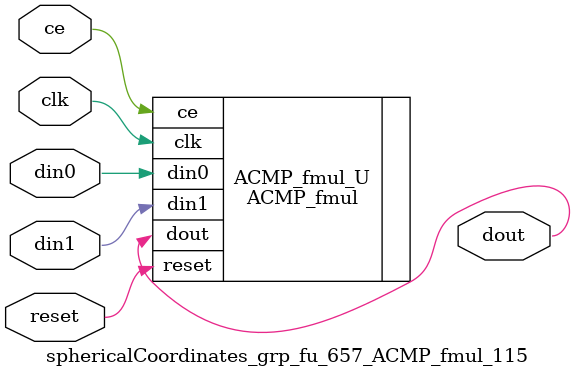
<source format=v>

`timescale 1 ns / 1 ps
module sphericalCoordinates_grp_fu_657_ACMP_fmul_115(
    clk,
    reset,
    ce,
    din0,
    din1,
    dout);

parameter ID = 32'd1;
parameter NUM_STAGE = 32'd1;
parameter din0_WIDTH = 32'd1;
parameter din1_WIDTH = 32'd1;
parameter dout_WIDTH = 32'd1;
input clk;
input reset;
input ce;
input[din0_WIDTH - 1:0] din0;
input[din1_WIDTH - 1:0] din1;
output[dout_WIDTH - 1:0] dout;



ACMP_fmul #(
.ID( ID ),
.NUM_STAGE( 4 ),
.din0_WIDTH( din0_WIDTH ),
.din1_WIDTH( din1_WIDTH ),
.dout_WIDTH( dout_WIDTH ))
ACMP_fmul_U(
    .clk( clk ),
    .reset( reset ),
    .ce( ce ),
    .din0( din0 ),
    .din1( din1 ),
    .dout( dout ));

endmodule

</source>
